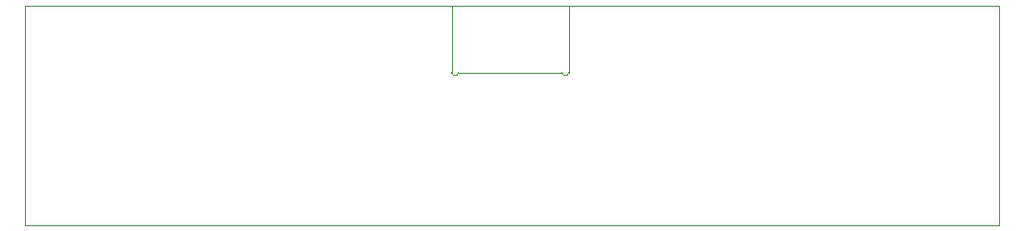
<source format=gbr>
%TF.GenerationSoftware,KiCad,Pcbnew,9.0.3*%
%TF.CreationDate,2025-07-16T09:35:22-04:00*%
%TF.ProjectId,board,626f6172-642e-46b6-9963-61645f706362,rev?*%
%TF.SameCoordinates,Original*%
%TF.FileFunction,Profile,NP*%
%FSLAX46Y46*%
G04 Gerber Fmt 4.6, Leading zero omitted, Abs format (unit mm)*
G04 Created by KiCad (PCBNEW 9.0.3) date 2025-07-16 09:35:22*
%MOMM*%
%LPD*%
G01*
G04 APERTURE LIST*
%TA.AperFunction,Profile*%
%ADD10C,0.050000*%
%TD*%
%TA.AperFunction,Profile*%
%ADD11C,0.010000*%
%TD*%
G04 APERTURE END LIST*
D10*
X20000000Y-20000000D02*
X106000000Y-20000000D01*
X106000000Y-39400000D01*
X20000000Y-39400000D01*
X20000000Y-20000000D01*
D11*
%TO.C,J1*%
X68000750Y-25900000D02*
G75*
G02*
X67700750Y-26200000I-300000J0D01*
G01*
X67700750Y-26200000D02*
G75*
G02*
X67400750Y-25900000I0J300000D01*
G01*
X58260750Y-25900000D02*
G75*
G02*
X57960750Y-26200000I-300000J0D01*
G01*
X57960750Y-26200000D02*
G75*
G02*
X57660750Y-25900000I0J300000D01*
G01*
X68000750Y-20000000D02*
X68000750Y-25900000D01*
X67400750Y-25900000D02*
X58260750Y-25900000D01*
X57660750Y-25900000D02*
X57660750Y-20000000D01*
X57660750Y-20000000D02*
X68000750Y-20000000D01*
%TD*%
M02*

</source>
